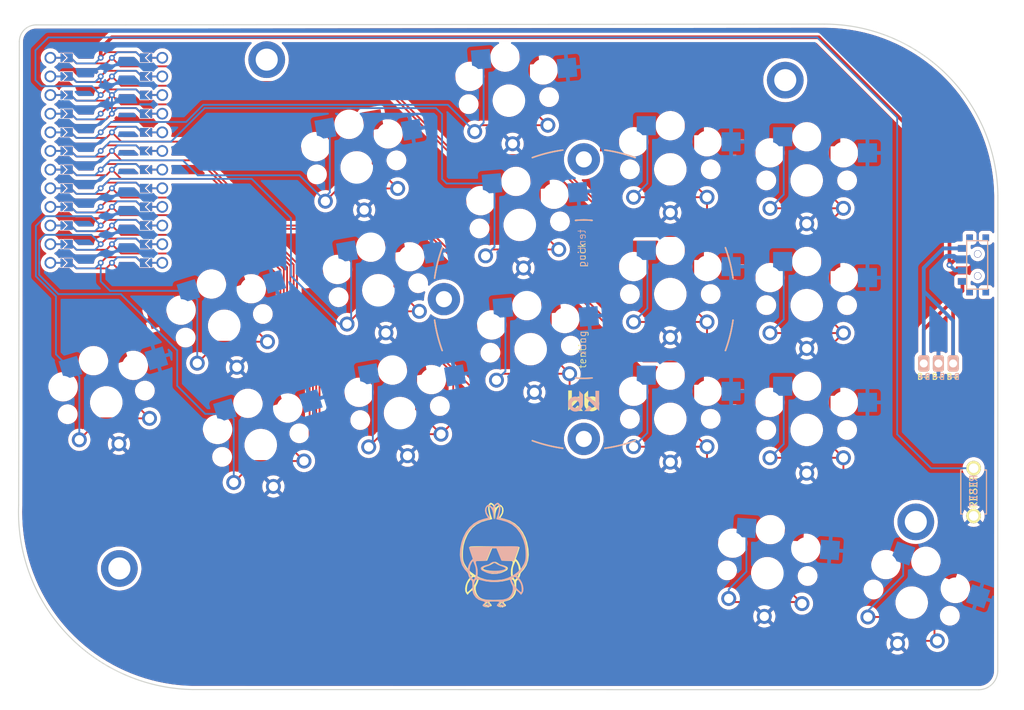
<source format=kicad_pcb>
(kicad_pcb (version 20211014) (generator pcbnew)
  (title_block (title "board") (rev "v1.0.0") (company "Unknown"))
  (layers (0 "F.Cu" signal) (31 "B.Cu" signal) (34 "B.Paste" user) (35 "F.Paste" user) (36 "B.SilkS" user "B.Silkscreen") (37 "F.SilkS" user "F.Silkscreen") (38 "B.Mask" user) (39 "F.Mask" user) (44 "Edge.Cuts" user))
  (net 0 "")
  (net 1 "P6")
  (net 2 "GND")
  (net 3 "P5")
  (net 4 "P4")
  (net 5 "P3")
  (net 6 "P2")
  (net 7 "P0")
  (net 8 "P1")
  (net 9 "P18")
  (net 10 "P15")
  (net 11 "P14")
  (net 12 "P16")
  (net 13 "P10")
  (net 14 "P19")
  (net 15 "P20")
  (net 16 "P21")
  (net 17 "P7")
  (net 18 "P8")
  (net 19 "P9")
  (net 20 "RAW")
  (net 21 "RST")
  (net 22 "VCC")
  (net 23 "Braw")
  (footprint "E73:SPDT_C128955" (layer "F.Cu") (at 157.269 -91.658 -90)
    (fp_text reference "T1" hide)
    (fp_text value "" hide)
  )
  (footprint "lib:bat" (layer "F.Cu") (at 151.924 -78.232)
    (fp_text reference "PAD1" hide)
    (fp_text value "" hide)
  )
  (footprint "kbd:ResetSW" (layer "F.Cu") (at 156.718 -60.706 90)
    (fp_text reference "B1" hide)
    (fp_text value "")
  )
  (footprint "Alaa:key" (layer "F.Cu") (at 72.700438 -104.95283 10)
    (fp_text reference "S11" hide)
    (fp_text value "" hide)
  )
  (footprint "Alaa:key" (layer "F.Cu") (at 94.905133 -97.114167 5)
    (fp_text reference "S15" hide)
    (fp_text value "" hide)
  )
  (footprint "Alaa:key" (layer "F.Cu") (at 115.411087 -87.686017)
    (fp_text reference "S21" hide)
    (fp_text value "" hide)
  )
  (footprint "" (layer "F.Cu") (at 40.386 -50.292)
    (fp_text reference "")
    (fp_text value "")
  )
  (footprint "Alaa:key" (layer "F.Cu") (at 133.985 -103.178)
    (fp_text reference "S29" hide)
    (fp_text value "" hide)
  )
  (footprint "" (layer "F.Cu") (at 131.064 -116.84)
    (fp_text reference "")
    (fp_text value "")
  )
  (footprint "LOGO" (layer "F.Cu") (at 91.44 -50.8)
    (fp_text reference "G***" hide)
    (fp_text value "LOGO" hide)
  )
  (footprint "Alaa:key" (layer "F.Cu") (at 148.283233 -45.648142 -19)
    (fp_text reference "S33" hide)
    (fp_text value "" hide)
  )
  (footprint "Alaa:key" (layer "F.Cu") (at 78.604476 -71.469366 10)
    (fp_text reference "S7" hide)
    (fp_text value "" hide)
  )
  (footprint "E73:SPDT_C128955" (layer "F.Cu") (at 157.269 -91.658 -90)
    (fp_text reference "T2" hide)
    (fp_text value "" hide)
  )
  (footprint "Alaa:key" (layer "F.Cu") (at 38.599617 -72.921745 17)
    (fp_text reference "S1" hide)
    (fp_text value "" hide)
  )
  (footprint "Alaa:key" (layer "F.Cu") (at 54.663006 -83.366197 17)
    (fp_text reference "S5" hide)
    (fp_text value "" hide)
  )
  (footprint "Alaa:key" (layer "F.Cu") (at 133.985 -86.178)
    (fp_text reference "S27" hide)
    (fp_text value "" hide)
  )
  (footprint "Alaa:key" (layer "F.Cu") (at 75.652457 -88.211098 10)
    (fp_text reference "S9" hide)
    (fp_text value "" hide)
  )
  (footprint "" (layer "F.Cu") (at 60.452 -119.634)
    (fp_text reference "")
    (fp_text value "")
  )
  (footprint "Alaa:key" (layer "F.Cu") (at 96.386781 -80.178857 5)
    (fp_text reference "S13" hide)
    (fp_text value "" hide)
  )
  (footprint "Alaa:key" (layer "F.Cu") (at 93.423486 -114.049477 5)
    (fp_text reference "S17" hide)
    (fp_text value "" hide)
  )
  (footprint "kbd:Tenting_Puck2" (layer "F.Cu") (at 103.632 -86.995)
    (fp_text reference "REF**")
    (fp_text value "Tenting Puck")
  )
  (footprint "Alaa:key" (layer "F.Cu") (at 128.62109 -49.648451 -4)
    (fp_text reference "S31" hide)
    (fp_text value "" hide)
  )
  (footprint "Alaa:key" (layer "F.Cu") (at 59.633325 -67.109016 17)
    (fp_text reference "S3" hide)
    (fp_text value "" hide)
  )
  (footprint "Alaa:key" (layer "F.Cu") (at 115.411087 -104.686017)
    (fp_text reference "S23" hide)
    (fp_text value "" hide)
  )
  (footprint "" (layer "F.Cu") (at 148.844 -56.642)
    (fp_text reference "")
    (fp_text value "")
  )
  (footprint "Alaa:key" (layer "F.Cu") (at 133.985 -69.178)
    (fp_text reference "S25" hide)
    (fp_text value "" hide)
  )
  (footprint "Alaa:key" (layer "F.Cu") (at 115.411087 -70.686017)
    (fp_text reference "S19" hide)
    (fp_text value "" hide)
  )
  (footprint "LOGO" (layer "B.Cu") (at 91.44 -50.8 180)
    (fp_text reference "G***" hide)
    (fp_text value "LOGO" hide)
  )
  (footprint "ProMicro" (layer "B.Cu") (at 38.608 -105.918 -90)
    (fp_text reference "")
    (fp_text value "")
  )
  (gr_line (start 136.378 -124.477905) (end 29.048446 -124.367554) (layer "Edge.Cuts") (width 0.15))
  (gr_line (start 26.67 -58.928) (end 26.762446 -122.081554) (layer "Edge.Cuts") (width 0.15))
  (gr_arc (start 136.378 -124.477905) (mid 153.005122 -117.643705) (end 160.02 -101.092) (layer "Edge.Cuts") (width 0.15))
  (gr_arc (start 26.762446 -122.081554) (mid 27.432001 -123.697999) (end 29.048446 -124.367554) (layer "Edge.Cuts") (width 0.15))
  (gr_arc (start 50.292 -33.794081) (mid 33.209738 -41.406869) (end 26.67 -58.928) (layer "Edge.Cuts") (width 0.15))
  (gr_arc (start 160.00102 -36.322) (mid 159.230194 -34.525146) (end 157.426728 -33.769919) (layer "Edge.Cuts") (width 0.15))
  (gr_line (start 160.00102 -36.322) (end 160.02 -101.092) (layer "Edge.Cuts") (width 0.15))
  (gr_line (start 157.426728 -33.769919) (end 50.292 -33.794081) (layer "Edge.Cuts") (width 0.15))
  (segment (start 118.536566 -76.486496) (end 118.536566 -68.760538) (width 0.25) (layer "F.Cu") (net 1))
  (segment (start 67.64256 -67.868594) (end 73.906114 -61.60504) (width 0.25) (layer "F.Cu") (net 1))
  (segment (start 63.672973 -83.522181) (end 64.008 -83.187154) (width 0.25) (layer "F.Cu") (net 1))
  (segment (start 64.008 -83.187151) (end 67.64256 -79.552591) (width 0.25) (layer "F.Cu") (net 1))
  (segment (start 119.77104 -61.60504) (end 120.411087 -62.245087) (width 0.25) (layer "F.Cu") (net 1))
  (segment (start 40.494511 -98.443489) (end 56.747639 -98.443489) (width 0.25) (layer "F.Cu") (net 1))
  (segment (start 120.411087 -62.245087) (end 120.411087 -66.886017) (width 0.25) (layer "F.Cu") (net 1))
  (segment (start 73.906114 -61.60504) (end 119.77104 -61.60504) (width 0.25) (layer "F.Cu") (net 1))
  (segment (start 118.536566 -68.760538) (end 120.411087 -66.886017) (width 0.25) (layer "F.Cu") (net 1))
  (segment (start 118.686087 -76.636017) (end 118.536566 -76.486496) (width 0.25) (layer "F.Cu") (net 1))
  (segment (start 39.37 -99.568) (end 40.494511 -98.443489) (width 0.25) (layer "F.Cu") (net 1))
  (segment (start 64.008 -83.187154) (end 64.008 -83.187151) (width 0.25) (layer "F.Cu") (net 1))
  (segment (start 56.747639 -98.443489) (end 63.672973 -91.518155) (width 0.25) (layer "F.Cu") (net 1))
  (segment (start 67.64256 -79.552591) (end 67.64256 -67.868594) (width 0.25) (layer "F.Cu") (net 1))
  (segment (start 63.672973 -91.518155) (end 63.672973 -83.522181) (width 0.25) (layer "F.Cu") (net 1))
  (segment (start 120.411087 -66.886017) (end 110.411087 -66.886017) (width 0.25) (layer "F.Cu") (net 1))
  (segment (start 112.285608 -77.029475) (end 112.285608 -68.760538) (width 0.25) (layer "B.Cu") (net 1))
  (segment (start 112.285608 -68.760538) (end 110.411087 -66.886017) (width 0.25) (layer "B.Cu") (net 1))
  (segment (start 63.899973 -112.884027) (end 63.899973 -107.20892) (width 0.25) (layer "F.Cu") (net 2))
  (segment (start 39.37 -114.808) (end 40.64 -113.538) (width 0.25) (layer "F.Cu") (net 2))
  (segment (start 50.499075 -113.538) (end 52.531075 -115.57) (width 0.25) (layer "F.Cu") (net 2))
  (segment (start 52.531075 -115.57) (end 61.214 -115.57) (width 0.25) (layer "F.Cu") (net 2))
  (segment (start 61.214 -115.57) (end 63.899973 -112.884027) (width 0.25) (layer "F.Cu") (net 2))
  (segment (start 40.64 -113.538) (end 50.499075 -113.538) (width 0.25) (layer "F.Cu") (net 2))
  (segment (start 37.846 -116.332) (end 39.37 -114.808) (width 0.25) (layer "B.Cu") (net 2))
  (segment (start 37.846 -117.348) (end 37.846 -116.332) (width 0.25) (layer "B.Cu") (net 2))
  (segment (start 39.37 -114.808) (end 39.37 -112.268) (width 0.25) (layer "B.Cu") (net 2))
  (segment (start 85.852 -76.834282) (end 85.852 -70.258959) (width 0.25) (layer "F.Cu") (net 3))
  (segment (start 85.852 -70.258959) (end 84.188378 -68.595337) (width 0.25) (layer "F.Cu") (net 3))
  (segment (start 64.122493 -91.704353) (end 64.122493 -83.708379) (width 0.25) (layer "F.Cu") (net 3))
  (segment (start 80.796515 -71.9872) (end 84.188378 -68.595337) (width 0.25) (layer "F.Cu") (net 3))
  (segment (start 40.64 -100.838) (end 54.988846 -100.838) (width 0.25) (layer "F.Cu") (net 3))
  (segment (start 84.188378 -68.595337) (end 76.076781 -68.595337) (width 0.25) (layer "F.Cu") (net 3))
  (segment (start 80.796515 -77.89767) (end 80.796515 -71.9872) (width 0.25) (layer "F.Cu") (net 3))
  (segment (start 76.076781 -68.595337) (end 74.3403 -66.858856) (width 0.25) (layer "F.Cu") (net 3))
  (segment (start 82.617802 -80.06848) (end 85.852 -76.834282) (width 0.25) (layer "F.Cu") (net 3))
  (segment (start 54.988846 -100.838) (end 64.122493 -91.704353) (width 0.25) (layer "F.Cu") (net 3))
  (segment (start 64.122493 -83.708379) (end 67.762393 -80.06848) (width 0.25) (layer "F.Cu") (net 3))
  (segment (start 67.762393 -80.06848) (end 82.617802 -80.06848) (width 0.25) (layer "F.Cu") (net 3))
  (segment (start 39.37 -102.108) (end 40.64 -100.838) (width 0.25) (layer "F.Cu") (net 3))
  (segment (start 74.346024 -76.760274) (end 74.903778 -76.20252) (width 0.25) (layer "B.Cu") (net 3))
  (segment (start 74.903778 -76.20252) (end 74.903778 -67.422334) (width 0.25) (layer "B.Cu") (net 3))
  (segment (start 92.608557 -76.829096) (end 91.736999 -75.957538) (width 0.25) (layer "F.Cu") (net 4))
  (segment (start 100.584 -72.39) (end 101.698946 -73.504946) (width 0.25) (layer "F.Cu") (net 4))
  (segment (start 101.698946 -76.829096) (end 99.130742 -79.3973) (width 0.25) (layer "F.Cu") (net 4))
  (segment (start 99.130742 -79.3973) (end 99.130742 -86.391651) (width 0.25) (layer "F.Cu") (net 4))
  (segment (start 101.698946 -73.504946) (end 101.698946 -76.829096) (width 0.25) (layer "F.Cu") (net 4))
  (segment (start 67.94859 -80.518) (end 82.804 -80.518) (width 0.25) (layer "F.Cu") (net 4))
  (segment (start 39.37 -104.648) (end 40.64 -103.378) (width 0.25) (layer "F.Cu") (net 4))
  (segment (start 40.64 -103.378) (end 53.084564 -103.378) (width 0.25) (layer "F.Cu") (net 4))
  (segment (start 53.084564 -103.378) (end 64.572013 -91.890551) (width 0.25) (layer "F.Cu") (net 4))
  (segment (start 101.698946 -76.829096) (end 92.608557 -76.829096) (width 0.25) (layer "F.Cu") (net 4))
  (segment (start 64.572013 -83.894577) (end 67.94859 -80.518) (width 0.25) (layer "F.Cu") (net 4))
  (segment (start 64.572013 -91.890551) (end 64.572013 -83.894577) (width 0.25) (layer "F.Cu") (net 4))
  (segment (start 90.932 -72.39) (end 100.584 -72.39) (width 0.25) (layer "F.Cu") (net 4))
  (segment (start 82.804 -80.518) (end 90.932 -72.39) (width 0.25) (layer "F.Cu") (net 4))
  (segment (start 92.605667 -85.82078) (end 92.953494 -85.472953) (width 0.25) (layer "B.Cu") (net 4))
  (segment (start 92.953494 -77.174033) (end 91.736999 -75.957538) (width 0.25) (layer "B.Cu") (net 4))
  (segment (start 92.953494 -85.472953) (end 92.953494 -77.174033) (width 0.25) (layer "B.Cu") (net 4))
  (segment (start 40.64 -105.918) (end 51.180282 -105.918) (width 0.25) (layer "F.Cu") (net 5))
  (segment (start 135.117538 -78.510538) (end 138.985 -82.378) (width 0.25) (layer "F.Cu") (net 5))
  (segment (start 137.110479 -84.252521) (end 137.110479 -91.978479) (width 0.25) (layer "F.Cu") (net 5))
  (segment (start 39.37 -107.188) (end 40.64 -105.918) (width 0.25) (layer "F.Cu") (net 5))
  (segment (start 51.180282 -105.918) (end 60.519802 -96.57848) (width 0.25) (layer "F.Cu") (net 5))
  (segment (start 138.985 -82.378) (end 137.110479 -84.252521) (width 0.25) (layer "F.Cu") (net 5))
  (segment (start 137.110479 -91.978479) (end 137.26 -92.128) (width 0.25) (layer "F.Cu") (net 5))
  (segment (start 101.6 -88.646) (end 111.735462 -78.510538) (width 0.25) (layer "F.Cu") (net 5))
  (segment (start 60.519802 -96.57848) (end 81.72952 -96.57848) (width 0.25) (layer "F.Cu") (net 5))
  (segment (start 81.72952 -96.57848) (end 89.662 -88.646) (width 0.25) (layer "F.Cu") (net 5))
  (segment (start 111.735462 -78.510538) (end 135.117538 -78.510538) (width 0.25) (layer "F.Cu") (net 5))
  (segment (start 128.985 -82.378) (end 138.985 -82.378) (width 0.25) (layer "F.Cu") (net 5))
  (segment (start 89.662 -88.646) (end 101.6 -88.646) (width 0.25) (layer "F.Cu") (net 5))
  (segment (start 130.71 -92.128) (end 130.859521 -91.978479) (width 0.25) (layer "B.Cu") (net 5))
  (segment (start 130.859521 -91.978479) (end 130.859521 -84.252521) (width 0.25) (layer "B.Cu") (net 5))
  (segment (start 130.859521 -84.252521) (end 128.985 -82.378) (width 0.25) (layer "B.Cu") (net 5))
  (segment (start 118.536566 -85.760538) (end 120.411087 -83.886017) (width 0.25) (layer "F.Cu") (net 6))
  (segment (start 110.411087 -83.886017) (end 120.411087 -83.886017) (width 0.25) (layer "F.Cu") (net 6))
  (segment (start 118.536566 -93.486496) (end 118.536566 -85.760538) (width 0.25) (layer "F.Cu") (net 6))
  (segment (start 49.276 -108.458) (end 60.706 -97.028) (width 0.25) (layer "F.Cu") (net 6))
  (segment (start 89.848198 -89.09552) (end 101.786198 -89.09552) (width 0.25) (layer "F.Cu") (net 6))
  (segment (start 120.411087 -80.787087) (end 120.411087 -83.886017) (width 0.25) (layer "F.Cu") (net 6))
  (segment (start 118.686087 -93.636017) (end 118.536566 -93.486496) (width 0.25) (layer "F.Cu") (net 6))
  (segment (start 40.64 -108.458) (end 49.276 -108.458) (width 0.25) (layer "F.Cu") (net 6))
  (segment (start 118.584058 -78.960058) (end 120.411087 -80.787087) (width 0.25) (layer "F.Cu") (net 6))
  (segment (start 101.786198 -89.09552) (end 111.92166 -78.960058) (width 0.25) (layer "F.Cu") (net 6))
  (segment (start 39.37 -109.728) (end 40.64 -108.458) (width 0.25) (layer "F.Cu") (net 6))
  (segment (start 111.92166 -78.960058) (end 118.584058 -78.960058) (width 0.25) (layer "F.Cu") (net 6))
  (segment (start 60.706 -97.028) (end 81.915718 -97.028) (width 0.25) (layer "F.Cu") (net 6))
  (segment (start 81.915718 -97.028) (end 89.848198 -89.09552) (width 0.25) (layer "F.Cu") (net 6))
  (segment (start 112.285608 -94.029475) (end 112.285608 -85.760538) (width 0.25) (layer "B.Cu") (net 6))
  (segment (start 112.285608 -85.760538) (end 110.411087 -83.886017) (width 0.25) (layer "B.Cu") (net 6))
  (segment (start 137.110479 -101.252521) (end 137.110479 -108.978479) (width 0.25) (layer "F.Cu") (net 7))
  (segment (start 39.37 -117.348) (end 40.64 -116.078) (width 0.25) (layer "F.Cu") (net 7))
  (segment (start 98.806 -106.172) (end 109.374877 -95.603123) (width 0.25) (layer "F.Cu") (net 7))
  (segment (start 128.985 -99.378) (end 138.985 -99.378) (width 0.25) (layer "F.Cu") (net 7))
  (segment (start 137.110479 -108.978479) (end 137.26 -109.128) (width 0.25) (layer "F.Cu") (net 7))
  (segment (start 138.985 -99.378) (end 137.110479 -101.252521) (width 0.25) (layer "F.Cu") (net 7))
  (segment (start 86.106 -106.172) (end 98.806 -106.172) (width 0.25) (layer "F.Cu") (net 7))
  (segment (start 109.374877 -95.603123) (end 135.210123 -95.603123) (width 0.25) (layer "F.Cu") (net 7))
  (segment (start 40.64 -116.078) (end 76.2 -116.078) (width 0.25) (layer "F.Cu") (net 7))
  (segment (start 76.2 -116.078) (end 86.106 -106.172) (width 0.25) (layer "F.Cu") (net 7))
  (segment (start 135.210123 -95.603123) (end 138.985 -99.378) (width 0.25) (layer "F.Cu") (net 7))
  (segment (start 130.859521 -101.252521) (end 128.985 -99.378) (width 0.25) (layer "B.Cu") (net 7))
  (segment (start 130.71 -109.128) (end 130.859521 -108.978479) (width 0.25) (layer "B.Cu") (net 7))
  (segment (start 130.859521 -108.978479) (end 130.859521 -101.252521) (width 0.25) (layer "B.Cu") (net 7))
  (segment (start 109.561075 -96.052643) (end 118.404643 -96.052643) (width 0.25) (layer "F.Cu") (net 8))
  (segment (start 118.536566 -110.486496) (end 118.536566 -102.760538) (width 0.25) (layer "F.Cu") (net 8))
  (segment (start 39.37 -119.888) (end 40.538189 -118.719811) (width 0.25) (layer "F.Cu") (net 8))
  (segment (start 98.992198 -106.62152) (end 109.561075 -96.052643) (width 0.25) (layer "F.Cu") (net 8))
  (segment (start 120.411087 -98.059087) (end 120.411087 -100.886017) (width 0.25) (layer "F.Cu") (net 8))
  (segment (start 120.411087 -100.886017) (end 110.411087 -100.886017) (width 0.25) (layer "F.Cu") (net 8))
  (segment (start 40.538189 -118.719811) (end 50.190189 -118.719811) (width 0.25) (layer "F.Cu") (net 8))
  (segment (start 118.686087 -110.636017) (end 118.536566 -110.486496) (width 0.25) (layer "F.Cu") (net 8))
  (segment (start 52.324 -116.586) (end 76.327718 -116.586) (width 0.25) (layer "F.Cu") (net 8))
  (segment (start 50.190189 -118.719811) (end 52.324 -116.586) (width 0.25) (layer "F.Cu") (net 8))
  (segment (start 86.292198 -106.62152) (end 98.992198 -106.62152) (width 0.25) (layer "F.Cu") (net 8))
  (segment (start 76.327718 -116.586) (end 86.292198 -106.62152) (width 0.25) (layer "F.Cu") (net 8))
  (segment (start 118.404643 -96.052643) (end 120.411087 -98.059087) (width 0.25) (layer "F.Cu") (net 8))
  (segment (start 118.536566 -102.760538) (end 120.411087 -100.886017) (width 0.25) (layer "F.Cu") (net 8))
  (segment (start 112.285608 -102.760538) (end 110.411087 -100.886017) (width 0.25) (layer "B.Cu") (net 8))
  (segment (start 112.285608 -111.029475) (end 112.285608 -102.760538) (width 0.25) (layer "B.Cu") (net 8))
  (segment (start 77.844496 -88.728932) (end 81.236359 -85.337069) (width 0.25) (layer "F.Cu") (net 9))
  (segment (start 77.844496 -94.639402) (end 77.844496 -88.728932) (width 0.25) (layer "F.Cu") (net 9))
  (segment (start 81.236359 -85.337069) (end 73.124762 -85.337069) (width 0.25) (layer "F.Cu") (net 9))
  (segment (start 73.124762 -85.337069) (end 71.388281 -83.600588) (width 0.25) (layer "F.Cu") (net 9))
  (segment (start 71.951759 -84.164066) (end 71.388281 -83.600588) (width 0.25) (layer "B.Cu") (net 9))
  (segment (start 39.126568 -103.388568) (end 58.409432 -103.388568) (width 0.25) (layer "B.Cu") (net 9))
  (segment (start 71.951759 -92.944252) (end 71.951759 -84.164066) (width 0.25) (layer "B.Cu") (net 9))
  (segment (start 37.846 -102.108) (end 39.126568 -103.388568) (width 0.25) (layer "B.Cu") (net 9))
  (segment (start 70.323412 -83.600588) (end 71.388281 -83.600588) (width 0.25) (layer "B.Cu") (net 9))
  (segment (start 63.754 -90.17) (end 70.323412 -83.600588) (width 0.25) (layer "B.Cu") (net 9))
  (segment (start 58.409432 -103.388568) (end 63.754 -98.044) (width 0.25) (layer "B.Cu") (net 9))
  (segment (start 71.394005 -93.502006) (end 71.951759 -92.944252) (width 0.25) (layer "B.Cu") (net 9))
  (segment (start 63.754 -98.044) (end 63.754 -90.17) (width 0.25) (layer "B.Cu") (net 9))
  (segment (start 37.852823 -70.749645) (end 34.929106 -67.825928) (width 0.25) (layer "F.Cu") (net 11))
  (segment (start 44.492153 -70.749645) (end 37.852823 -70.749645) (width 0.25) (layer "F.Cu") (net 11))
  (segment (start 39.991903 -79.569276) (end 39.991903 -75.249895) (width 0.25) (layer "F.Cu") (net 11))
  (segment (start 39.991903 -75.249895) (end 44.492153 -70.749645) (width 0.25) (layer "F.Cu") (net 11))
  (segment (start 31.75 -79.47019) (end 31.75 -87.374564) (width 0.25) (layer "B.Cu") (net 11))
  (segment (start 36.576 -98.298) (end 37.846 -97.028) (width 0.25) (layer "B.Cu") (net 11))
  (segment (start 29.01448 -96.977969) (end 30.334511 -98.298) (width 0.25) (layer "B.Cu") (net 11))
  (segment (start 34.929106 -76.453241) (end 33.728106 -77.654241) (width 0.25) (layer "B.Cu") (net 11))
  (segment (start 34.929106 -67.825928) (end 34.929106 -76.453241) (width 0.25) (layer "B.Cu") (net 11))
  (segment (start 31.75 -87.374564) (end 29.01448 -90.110084) (width 0.25) (layer "B.Cu") (net 11))
  (segment (start 33.199433 -78.020757) (end 31.75 -79.47019) (width 0.25) (layer "B.Cu") (net 11))
  (segment (start 30.334511 -98.298) (end 36.576 -98.298) (width 0.25) (layer "B.Cu") (net 11))
  (segment (start 29.01448 -90.110084) (end 29.01448 -96.977969) (width 0.25) (layer "B.Cu") (net 11))
  (segment (start 61.025611 -69.437166) (end 65.525861 -64.936916) (width 0.25) (layer "F.Cu") (net 12))
  (segment (start 65.525861 -64.936916) (end 58.886531 -64.936916) (width 0.25) (layer "F.Cu") (net 12))
  (segment (start 58.886531 -64.936916) (end 55.962814 -62.013199) (width 0.25) (layer "F.Cu") (net 12))
  (segment (start 61.025611 -73.756547) (end 61.025611 -69.437166) (width 0.25) (layer "F.Cu") (net 12))
  (segment (start 40.590374 -87.679626) (end 32.080656 -87.679626) (width 0.25) (layer "B.Cu") (net 12))
  (segment (start 36.576 -95.758) (end 37.846 -94.488) (width 0.25) (layer "B.Cu") (net 12))
  (segment (start 54.233141 -71.358455) (end 52.085545 -71.358455) (width 0.25) (layer "B.Cu") (net 12))
  (segment (start 30.226 -95.758) (end 36.576 -95.758) (width 0.25) (layer "B.Cu") (net 12))
  (segment (start 55.962814 -62.013199) (end 55.962814 -70.640512) (width 0.25) (layer "B.Cu") (net 12))
  (segment (start 29.464 -94.996) (end 30.226 -95.758) (width 0.25) (layer "B.Cu") (net 12))
  (segment (start 32.080656 -87.679626) (end 29.464 -90.296282) (width 0.25) (layer "B.Cu") (net 12))
  (segment (start 48.26 -75.184) (end 48.26 -80.01) (width 0.25) (layer "B.Cu") (net 12))
  (segment (start 52.085545 -71.358455) (end 48.26 -75.184) (width 0.25) (layer "B.Cu") (net 12))
  (segment (start 55.962814 -70.640512) (end 54.761814 -71.841512) (width 0.25) (layer "B.Cu") (net 12))
  (segment (start 29.464 -90.296282) (end 29.464 -94.996) (width 0.25) (layer "B.Cu") (net 12))
  (segment (start 48.26 -80.01) (end 40.590374 -87.679626) (width 0.25) (layer "B.Cu") (net 12))
  (segment (start 60.555542 -81.194097) (end 53.916212 -81.194097) (width 0.25) (layer "F.Cu") (net 13))
  (segment (start 56.055292 -90.013728) (end 56.055292 -85.694347) (width 0.25) (layer "F.Cu") (net 13))
  (segment (start 53.916212 -81.194097) (end 50.992495 -78.27038) (width 0.25) (layer "F.Cu") (net 13))
  (segment (start 56.055292 -85.694347) (end 60.555542 -81.194097) (width 0.25) (layer "F.Cu") (net 13))
  (segment (start 49.262822 -87.615636) (end 48.749312 -88.129146) (width 0.25) (layer "B.Cu") (net 13))
  (segment (start 50.992495 -86.897693) (end 49.791495 -88.098693) (width 0.25) (layer "B.Cu") (net 13))
  (segment (start 39.124854 -88.129146) (end 37.846 -89.408) (width 0.25) (layer "B.Cu") (net 13))
  (segment (start 50.992495 -78.27038) (end 50.992495 -86.897693) (width 0.25) (layer "B.Cu") (net 13))
  (segment (start 48.749312 -88.129146) (end 39.124854 -88.129146) (width 0.25) (layer "B.Cu") (net 13))
  (segment (start 37.846 -89.408) (end 37.846 -91.948) (width 0.25) (layer "B.Cu") (net 13))
  (segment (start 70.172743 -102.078801) (end 68.436262 -100.34232) (width 0.25) (layer "F.Cu") (net 14))
  (segment (start 74.892477 -111.381134) (end 74.892477 -105.470664) (width 0.25) (layer "F.Cu") (net 14))
  (segment (start 78.28434 -102.078801) (end 70.172743 -102.078801) (width 0.25) (layer "F.Cu") (net 14))
  (segment (start 74.892477 -105.470664) (end 78.28434 -102.078801) (width 0.25) (layer "F.Cu") (net 14))
  (segment (start 51.070276 -103.869724) (end 64.908858 -103.869724) (width 0.25) (layer "B.Cu") (net 14))
  (segment (start 49.022 -105.918) (end 51.070276 -103.869724) (width 0.25) (layer "B.Cu") (net 14))
  (segment (start 39.116 -105.918) (end 49.022 -105.918) (width 0.25) (layer "B.Cu") (net 14))
  (segment (start 67.847017 -110.243738) (end 69.044359 -109.046396) (width 0.25) (layer "B.Cu") (net 14))
  (segment (start 64.908858 -103.869724) (end 68.436262 -100.34232) (width 0.25) (layer "B.Cu") (net 14))
  (segment (start 37.846 -104.648) (end 39.116 -105.918) (width 0.25) (layer "B.Cu") (net 14))
  (segment (start 69.044359 -101.545386) (end 67.841293 -100.34232) (width 0.25) (layer "B.Cu") (net 14))
  (segment (start 69.044359 -109.046396) (end 69.044359 -101.545386) (width 0.25) (layer "B.Cu") (net 14))
  (segment (start 100.217298 -93.764406) (end 91.126909 -93.764406) (width 0.25) (layer "F.Cu") (net 15))
  (segment (start 97.649094 -96.33261) (end 100.217298 -93.764406) (width 0.25) (layer "F.Cu") (net 15))
  (segment (start 97.649094 -103.326961) (end 97.649094 -96.33261) (width 0.25) (layer "F.Cu") (net 15))
  (segment (start 91.126909 -93.764406) (end 90.255351 -92.892848) (width 0.25) (layer "F.Cu") (net 15))
  (segment (start 84.94991 -102.75609) (end 91.124019 -102.75609) (width 0.25) (layer "B.Cu") (net 15))
  (segment (start 47.429021 -108.459761) (end 51.99926 -113.03) (width 0.25) (layer "B.Cu") (net 15))
  (segment (start 91.471846 -94.109343) (end 90.255351 -92.892848) (width 0.25) (layer "B.Cu") (net 15))
  (segment (start 91.471846 -102.408263) (end 91.471846 -94.109343) (width 0.25) (layer "B.Cu") (net 15))
  (segment (start 84.328 -103.378) (end 84.94991 -102.75609) (width 0.25) (layer "B.Cu") (net 15))
  (segment (start 84.328 -112.204141) (end 84.328 -103.378) (width 0.25) (layer "B.Cu") (net 15))
  (segment (start 39.117761 -108.459761) (end 47.429021 -108.459761) (width 0.25) (layer "B.Cu") (net 15))
  (segment (start 51.99926 -113.03) (end 83.502141 -113.03) (width 0.25) (layer "B.Cu") (net 15))
  (segment (start 37.846 -107.188) (end 39.117761 -108.459761) (width 0.25) (layer "B.Cu") (net 15))
  (segment (start 83.502141 -113.03) (end 84.328 -112.204141) (width 0.25) (layer "B.Cu") (net 15))
  (segment (start 91.124019 -102.75609) (end 91.471846 -102.408263) (width 0.25) (layer "B.Cu") (net 15))
  (segment (start 96.167447 -120.262271) (end 96.167447 -113.26792) (width 0.25) (layer "F.Cu") (net 16))
  (segment (start 89.645262 -110.699716) (end 88.773704 -109.828158) (width 0.25) (layer "F.Cu") (net 16))
  (segment (start 98.735651 -110.699716) (end 89.645262 -110.699716) (width 0.25) (layer "F.Cu") (net 16))
  (segment (start 96.167447 -113.26792) (end 98.735651 -110.699716) (width 0.25) (layer "F.Cu") (net 16))
  (segment (start 37.846 -109.728) (end 39.261489 -111.143489) (width 0.25) (layer "B.Cu") (net 16))
  (segment (start 49.477031 -111.143489) (end 51.813062 -113.47952) (width 0.25) (layer "B.Cu") (net 16))
  (segment (start 51.813062 -113.47952) (end 85.122342 -113.47952) (width 0.25) (layer "B.Cu") (net 16))
  (segment (start 89.990199 -111.044653) (end 88.773704 -109.828158) (width 0.25) (layer "B.Cu") (net 16))
  (segment (start 89.990199 -119.343573) (end 89.990199 -111.044653) (width 0.25) (layer "B.Cu") (net 16))
  (segment (start 39.261489 -111.143489) (end 49.477031 -111.143489) (width 0.25) (layer "B.Cu") (net 16))
  (segment (start 85.122342 -113.47952) (end 88.773704 -109.828158) (width 0.25) (layer "B.Cu") (net 16))
  (segment (start 89.642372 -119.6914) (end 89.990199 -119.343573) (width 0.25) (layer "B.Cu") (net 16))
  (segment (start 63.223453 -83.335983) (end 67.19304 -79.366394) (width 0.25) (layer "F.Cu") (net 17))
  (segment (start 40.64 -95.758) (end 58.79741 -95.758) (width 0.25) (layer "F.Cu") (net 17))
  (segment (start 138.37152 -61.15552) (end 138.985 -61.769) (width 0.25) (layer "F.Cu") (net 17))
  (segment (start 67.19304 -79.366394) (end 67.19304 -67.682396) (width 0.25) (layer "F.Cu") (net 17))
  (segment (start 73.719916 -61.15552) (end 138.37152 -61.15552) (width 0.25) (layer "F.Cu") (net 17))
  (segment (start 39.37 -97.028) (end 40.64 -95.758) (width 0.25) (layer "F.Cu") (net 17))
  (segment (start 138.985 -65.378) (end 128.985 -65.378) (width 0.25) (layer "F.Cu") (net 17))
  (segment (start 137.110479 -74.978479) (end 137.26 -75.128) (width 0.25) (layer "F.Cu") (net 17))
  (segment (start 137.110479 -67.252521) (end 137.110479 -74.978479) (width 0.25) (layer "F.Cu") (net 17))
  (segment (start 58.79741 -95.758) (end 63.223453 -91.331957) (width 0.25) (layer "F.Cu") (net 17))
  (segment (start 67.19304 -67.682396) (end 73.719916 -61.15552) (width 0.25) (layer "F.Cu") (net 17))
  (segment (start 138.985 -61.769) (end 138.985 -65.378) (width 0.25) (layer "F.Cu") (net 17))
  (segment (start 63.223453 -91.331957) (end 63.223453 -83.335983) (width 0.25) (layer "F.Cu") (net 17))
  (segment (start 138.985 -65.378) (end 137.110479 -67.252521) (width 0.25) (layer "F.Cu") (net 17))
  (segment (start 130.859521 -74.978479) (end 130.859521 -67.252521) (width 0.25) (layer "B.Cu") (net 17))
  (segment (start 130.859521 -67.252521) (end 128.985 -65.378) (width 0.25) (layer "B.Cu") (net 17))
  (segment (start 130.71 -75.128) (end 130.859521 -74.978479) (width 0.25) (layer "B.Cu") (net 17))
  (segment (start 149.056669 -40.427331) (end 145.800988 -43.683012) (width 0.25) (layer "F.Cu") (net 18))
  (segment (start 153.316936 -60.043064) (end 153.316936 -50.207741) (width 0.25) (layer "F.Cu") (net 18))
  (segment (start 152.654 -60.706) (end 153.316936 -60.043064) (width 0.25) (layer "F.Cu") (net 18))
  (segment (start 66.74352 -67.496198) (end 73.533718 -60.706) (width 0.25) (layer "F.Cu") (net 18))
  (segment (start 153.316937 -50.207742) (end 151.384 -48.274805) (width 0.25) (layer "F.Cu") (net 18))
  (segment (start 60.701692 -93.218) (end 62.773933 -91.145759) (width 0.25) (layer "F.Cu") (net 18))
  (segment (start 62.773933 -83.149785) (end 66.74352 -79.180197) (width 0.25) (layer "F.Cu") (net 18))
  (segment (start 62.773933 -91.145759) (end 62.773933 -83.149785) (width 0.25) (layer "F.Cu") (net 18))
  (segment (start 151.773667 -40.427331) (end 149.056669 -40.427331) (width 0.25) (layer "F.Cu") (net 18))
  (segment (start 73.533718 -60.706) (end 152.654 -60.706) (width 0.25) (layer "F.Cu") (net 18))
  (segment (start 39.37 -94.488) (end 40.64 -93.218) (width 0.25) (layer "F.Cu") (net 18))
  (segment (start 151.384 -40.816998) (end 151.773667 -40.427331) (width 0.25) (layer "F.Cu") (net 18))
  (segment (start 66.74352 -79.180197) (end 66.74352 -67.496198) (width 0.25) (layer "F.Cu") (net 18))
  (segment (start 151.384 -48.274805) (end 151.384 -40.816998) (width 0.25) (layer "F.Cu") (net 18))
  (segment (start 145.800988 -43.683012) (end 142.318482 -43.683012) (width 0.25) (layer "F.Cu") (net 18))
  (segment (start 40.64 -93.218) (end 60.701692 -93.218) (width 0.25) (layer "F.Cu") (net 18))
  (segment (start 147.123791 -49.333791) (end 142.318482 -44.528482) (width 0.25) (layer "B.Cu") (net 18))
  (segment (start 142.318482 -44.528482) (end 142.318482 -43.683012) (width 0.25) (layer "B.Cu") (net 18))
  (segment (start 147.123791 -52.340212) (end 147.123791 -49.333791) (width 0.25) (layer "B.Cu") (net 18))
  (segment (start 66.294 -67.31) (end 66.294 -78.994) (width 0.25) (layer "F.Cu") (net 19))
  (segment (start 62.324413 -90.959561) (end 60.573974 -92.71) (width 0.25) (layer "F.Cu") (net 19))
  (segment (start 131.76752 -60.25648) (end 73.347521 -60.25648) (width 0.25) (layer "F.Cu") (net 19))
  (segment (start 73.347521 -60.25648) (end 66.294 -67.31) (width 0.25) (layer "F.Cu") (net 19))
  (segment (start 133.132761 -45.72) (end 123.854685 -45.72) (width 0.25) (layer "F.Cu") (net 19))
  (segment (start 50.546 -92.71) (end 48.006 -90.17) (width 0.25) (layer "F.Cu") (net 19))
  (segment (start 132.303162 -55.355504) (end 132.303162 -59.720838) (width 0.25) (layer "F.Cu") (net 19))
  (segment (start 60.573974 -92.71) (end 50.546 -92.71) (width 0.25) (layer "F.Cu") (net 19))
  (segment (start 41.148 -90.17) (end 39.37 -91.948) (width 0.25) (layer "F.Cu") (net 19))
  (segment (start 131.318 -54.370342) (end 131.318 -47.534761) (width 0.25) (layer "F.Cu") (net 19))
  (segment (start 133.343836 -45.508925) (end 133.132761 -45.72) (width 0.25) (layer "F.Cu") (net 19))
  (segment (start 132.303162 -55.355504) (end 131.318 -54.370342) (width 0.25) (layer "F.Cu") (net 19))
  (segment (start 131.318 -47.534761) (end 133.343836 -45.508925) (width 0.25) (layer "F.Cu") (net 19))
  (segment (start 48.006 -90.17) (end 41.148 -90.17) (width 0.25) (layer "F.Cu") (net 19))
  (segment (start 123.854685 -45.72) (end 123.368196 -46.206489) (width 0.25) (layer "F.Cu") (net 19))
  (segment (start 132.303162 -59.720838) (end 131.76752 -60.25648) (width 0.25) (layer "F.Cu") (net 19))
  (segment (start 62.324413 -82.963587) (end 62.324413 -90.959561) (width 0.25) (layer "F.Cu") (net 19))
  (segment (start 66.294 -78.994) (end 62.324413 -82.963587) (width 0.25) (layer "F.Cu") (net 19))
  (segment (start 125.769119 -54.514809) (end 125.769377 -54.514551) (width 0.25) (layer "B.Cu") (net 19))
  (segment (start 125.769119 -52.961387) (end 125.769119 -49.860643) (width 0.25) (layer "B.Cu") (net 19))
  (segment (start 125.769119 -49.860643) (end 123.368196 -47.45972) (width 0.25) (layer "B.Cu") (net 19))
  (segment (start 125.769119 -55.812409) (end 125.769119 -54.514809) (width 0.25) (layer "B.Cu") (net 19))
  (segment (start 125.769377 -54.514551) (end 125.769377 -52.961645) (width 0.25) (layer "B.Cu") (net 19))
  (segment (start 125.769377 -52.961645) (end 125.769119 -52.961387) (width 0.25) (layer "B.Cu") (net 19))
  (segment (start 123.368196 -47.45972) (end 123.368196 -46.206489) (width 0.25) (layer "B.Cu") (net 19))
  (segment (start 37.846 -119.888) (end 37.846 -121.158) (width 0.5) (layer "F.Cu") (net 20))
  (segment (start 154.192196 -92.408) (end 153.430113 -91.645917) (width 0.5) (layer "F.Cu") (net 20))
  (segment (start 155.194 -92.408) (end 154.192196 -92.408) (width 0.5) (layer "F.Cu") (net 20))
  (segment (start 37.846 -121.158) (end 39.37 -122.682) (width 0.5) (layer "F.Cu") (net 20))
  (segment (start 39.37 -122.682) (end 135.636 -122.682) (width 0.5) (layer "F.Cu") (net 20))
  (segment (start 135.636 -122.682) (end 153.430113 -104.887887) (width 0.5) (layer "F.Cu") (net 20))
  (segment (start 153.430113 -104.887887) (end 153.430113 -91.645917) (width 0.5) (layer "F.Cu") (net 20))
  (via (at 153.430113 -91.645917) (size 0.8) (drill 0.4) (layers "F.Cu" "B.Cu") (net 20))
  (segment (start 153.430113 -91.645917) (end 154.16803 -90.908) (width 0.5) (layer "B.Cu") (net 20))
  (segment (start 154.16803 -90.908) (end 155.194 -90.908) (width 0.5) (layer "B.Cu") (net 20))
  (segment (start 36.637228 -116.016772) (end 37.846 -114.808) (width 0.25) (layer "B.Cu") (net 21))
  (segment (start 28.956 -120.904) (end 28.956 -116.84) (width 0.25) (layer "B.Cu") (net 21))
  (segment (start 150.928 -63.956) (end 146.304 -68.58) (width 0.25) (layer "B.Cu") (net 21))
  (segment (start 135.40194 -122.66206) (end 30.71406 -122.66206) (width 0.25) (layer "B.Cu") (net 21))
  (segment (start 146.304 -111.76) (end 135.40194 -122.66206) (width 0.25) (layer "B.Cu") (net 21))
  (segment (start 156.718 -63.956) (end 150.928 -63.956) (width 0.25) (layer "B.Cu") (net 21))
  (segment (start 28.956 -116.84) (end 29.779228 -116.016772) (width 0.25) (layer "B.Cu") (net 21))
  (segment (start 146.304 -68.58) (end 146.304 -111.76) (width 0.25) (layer "B.Cu") (net 21))
  (segment (start 29.779228 -116.016772) (end 36.637228 -116.016772) (width 0.25) (layer "B.Cu") (net 21))
  (segment (start 30.71406 -122.66206) (end 28.956 -120.904) (width 0.25) (layer "B.Cu") (net 21))
  (segment (start 155.194 -88.138) (end 149.924 -82.868) (width 0.5) (layer "F.Cu") (net 23))
  (segment (start 153.924 -86.868) (end 153.924 -78.232) (width 0.5) (layer "F.Cu") (net 23))
  (segment (start 155.194 -88.138) (end 153.924 -86.868) (width 0.5) (layer "F.Cu") (net 23))
  (segment (start 149.924 -82.868) (end 149.924 -78.232) (width 0.5) (layer "F.Cu") (net 23))
  (segment (start 155.194 -89.408) (end 155.194 -88.138) (width 0.5) (layer "F.Cu") (net 23))
  (segment (start 149.924 -91.25) (end 149.924 -78.232) (width 0.5) (layer "B.Cu") (net 23))
  (segment (start 152.582 -93.908) (end 149.924 -91.25) (width 0.5) (layer "B.Cu") (net 23))
  (segment (start 155.194 -93.908) (end 152.571941 -93.908) (width 0.5) (layer "B.Cu") (net 23))
  (segment (start 152.571941 -93.908) (end 149.92313 -91.259189) (width 0.5) (layer "B.Cu") (net 23))
  (segment (start 153.924 -84.074) (end 153.924 -78.232) (width 0.5) (layer "B.Cu") (net 23))
  (segment (start 155.194 -93.908) (end 152.582 -93.908) (width 0.5) (layer "B.Cu") (net 23))
  (segment (start 149.92313 -88.07487) (end 153.924 -84.074) (width 0.5) (layer "B.Cu") (net 23))
  (segment (start 149.92313 -91.259189) (end 149.92313 -88.07487) (width 0.5) (layer "B.Cu") (net 23))
  (zone (net 2) (net_name "GND") (layers F&B.Cu) (connect_pads (clearance 0.508)) (min_thickness 0.254) (fill yes (thermal_gap 0.508) (thermal_bridge_width 0.508) (island_removal_mode 1) (island_area_min 0))
    (polygon (pts (xy 161.29 -126.238) (xy 163.576 -30.988) (xy 24.384 -32.258) (xy 24.13 -127.762) (xy 90.678 -127.762)))
  )
)
</source>
